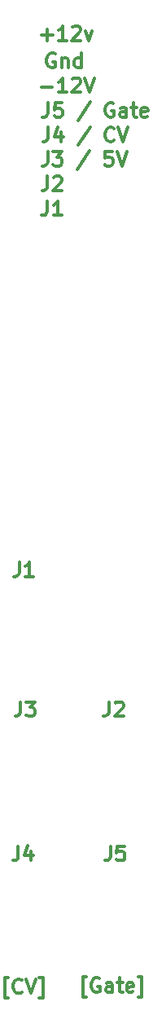
<source format=gbr>
G04 #@! TF.GenerationSoftware,KiCad,Pcbnew,(5.0.1)-4*
G04 #@! TF.CreationDate,2018-12-03T17:05:39+00:00*
G04 #@! TF.ProjectId,DevBoard_Panel,446576426F6172645F50616E656C2E6B,rev?*
G04 #@! TF.SameCoordinates,Original*
G04 #@! TF.FileFunction,Legend,Top*
G04 #@! TF.FilePolarity,Positive*
%FSLAX46Y46*%
G04 Gerber Fmt 4.6, Leading zero omitted, Abs format (unit mm)*
G04 Created by KiCad (PCBNEW (5.0.1)-4) date 03/12/2018 17:05:39*
%MOMM*%
%LPD*%
G01*
G04 APERTURE LIST*
%ADD10C,0.300000*%
G04 APERTURE END LIST*
D10*
X61985714Y-169378571D02*
X61628571Y-169378571D01*
X61628571Y-167235714D01*
X61985714Y-167235714D01*
X63342857Y-167450000D02*
X63200000Y-167378571D01*
X62985714Y-167378571D01*
X62771428Y-167450000D01*
X62628571Y-167592857D01*
X62557142Y-167735714D01*
X62485714Y-168021428D01*
X62485714Y-168235714D01*
X62557142Y-168521428D01*
X62628571Y-168664285D01*
X62771428Y-168807142D01*
X62985714Y-168878571D01*
X63128571Y-168878571D01*
X63342857Y-168807142D01*
X63414285Y-168735714D01*
X63414285Y-168235714D01*
X63128571Y-168235714D01*
X64700000Y-168878571D02*
X64700000Y-168092857D01*
X64628571Y-167950000D01*
X64485714Y-167878571D01*
X64200000Y-167878571D01*
X64057142Y-167950000D01*
X64700000Y-168807142D02*
X64557142Y-168878571D01*
X64200000Y-168878571D01*
X64057142Y-168807142D01*
X63985714Y-168664285D01*
X63985714Y-168521428D01*
X64057142Y-168378571D01*
X64200000Y-168307142D01*
X64557142Y-168307142D01*
X64700000Y-168235714D01*
X65200000Y-167878571D02*
X65771428Y-167878571D01*
X65414285Y-167378571D02*
X65414285Y-168664285D01*
X65485714Y-168807142D01*
X65628571Y-168878571D01*
X65771428Y-168878571D01*
X66842857Y-168807142D02*
X66700000Y-168878571D01*
X66414285Y-168878571D01*
X66271428Y-168807142D01*
X66200000Y-168664285D01*
X66200000Y-168092857D01*
X66271428Y-167950000D01*
X66414285Y-167878571D01*
X66700000Y-167878571D01*
X66842857Y-167950000D01*
X66914285Y-168092857D01*
X66914285Y-168235714D01*
X66200000Y-168378571D01*
X67414285Y-169378571D02*
X67771428Y-169378571D01*
X67771428Y-167235714D01*
X67414285Y-167235714D01*
X53892857Y-169478571D02*
X53535714Y-169478571D01*
X53535714Y-167335714D01*
X53892857Y-167335714D01*
X55321428Y-168835714D02*
X55250000Y-168907142D01*
X55035714Y-168978571D01*
X54892857Y-168978571D01*
X54678571Y-168907142D01*
X54535714Y-168764285D01*
X54464285Y-168621428D01*
X54392857Y-168335714D01*
X54392857Y-168121428D01*
X54464285Y-167835714D01*
X54535714Y-167692857D01*
X54678571Y-167550000D01*
X54892857Y-167478571D01*
X55035714Y-167478571D01*
X55250000Y-167550000D01*
X55321428Y-167621428D01*
X55750000Y-167478571D02*
X56250000Y-168978571D01*
X56750000Y-167478571D01*
X57107142Y-169478571D02*
X57464285Y-169478571D01*
X57464285Y-167335714D01*
X57107142Y-167335714D01*
X64500000Y-153678571D02*
X64500000Y-154750000D01*
X64428571Y-154964285D01*
X64285714Y-155107142D01*
X64071428Y-155178571D01*
X63928571Y-155178571D01*
X65928571Y-153678571D02*
X65214285Y-153678571D01*
X65142857Y-154392857D01*
X65214285Y-154321428D01*
X65357142Y-154250000D01*
X65714285Y-154250000D01*
X65857142Y-154321428D01*
X65928571Y-154392857D01*
X66000000Y-154535714D01*
X66000000Y-154892857D01*
X65928571Y-155035714D01*
X65857142Y-155107142D01*
X65714285Y-155178571D01*
X65357142Y-155178571D01*
X65214285Y-155107142D01*
X65142857Y-155035714D01*
X54900000Y-153678571D02*
X54900000Y-154750000D01*
X54828571Y-154964285D01*
X54685714Y-155107142D01*
X54471428Y-155178571D01*
X54328571Y-155178571D01*
X56257142Y-154178571D02*
X56257142Y-155178571D01*
X55900000Y-153607142D02*
X55542857Y-154678571D01*
X56471428Y-154678571D01*
X64350000Y-138678571D02*
X64350000Y-139750000D01*
X64278571Y-139964285D01*
X64135714Y-140107142D01*
X63921428Y-140178571D01*
X63778571Y-140178571D01*
X64992857Y-138821428D02*
X65064285Y-138750000D01*
X65207142Y-138678571D01*
X65564285Y-138678571D01*
X65707142Y-138750000D01*
X65778571Y-138821428D01*
X65850000Y-138964285D01*
X65850000Y-139107142D01*
X65778571Y-139321428D01*
X64921428Y-140178571D01*
X65850000Y-140178571D01*
X55150000Y-138678571D02*
X55150000Y-139750000D01*
X55078571Y-139964285D01*
X54935714Y-140107142D01*
X54721428Y-140178571D01*
X54578571Y-140178571D01*
X55721428Y-138678571D02*
X56650000Y-138678571D01*
X56150000Y-139250000D01*
X56364285Y-139250000D01*
X56507142Y-139321428D01*
X56578571Y-139392857D01*
X56650000Y-139535714D01*
X56650000Y-139892857D01*
X56578571Y-140035714D01*
X56507142Y-140107142D01*
X56364285Y-140178571D01*
X55935714Y-140178571D01*
X55792857Y-140107142D01*
X55721428Y-140035714D01*
X55000000Y-124178571D02*
X55000000Y-125250000D01*
X54928571Y-125464285D01*
X54785714Y-125607142D01*
X54571428Y-125678571D01*
X54428571Y-125678571D01*
X56500000Y-125678571D02*
X55642857Y-125678571D01*
X56071428Y-125678571D02*
X56071428Y-124178571D01*
X55928571Y-124392857D01*
X55785714Y-124535714D01*
X55642857Y-124607142D01*
X57920000Y-86628571D02*
X57920000Y-87700000D01*
X57848571Y-87914285D01*
X57705714Y-88057142D01*
X57491428Y-88128571D01*
X57348571Y-88128571D01*
X59420000Y-88128571D02*
X58562857Y-88128571D01*
X58991428Y-88128571D02*
X58991428Y-86628571D01*
X58848571Y-86842857D01*
X58705714Y-86985714D01*
X58562857Y-87057142D01*
X57950000Y-84028571D02*
X57950000Y-85100000D01*
X57878571Y-85314285D01*
X57735714Y-85457142D01*
X57521428Y-85528571D01*
X57378571Y-85528571D01*
X58592857Y-84171428D02*
X58664285Y-84100000D01*
X58807142Y-84028571D01*
X59164285Y-84028571D01*
X59307142Y-84100000D01*
X59378571Y-84171428D01*
X59450000Y-84314285D01*
X59450000Y-84457142D01*
X59378571Y-84671428D01*
X58521428Y-85528571D01*
X59450000Y-85528571D01*
X57964285Y-81478571D02*
X57964285Y-82550000D01*
X57892857Y-82764285D01*
X57750000Y-82907142D01*
X57535714Y-82978571D01*
X57392857Y-82978571D01*
X58535714Y-81478571D02*
X59464285Y-81478571D01*
X58964285Y-82050000D01*
X59178571Y-82050000D01*
X59321428Y-82121428D01*
X59392857Y-82192857D01*
X59464285Y-82335714D01*
X59464285Y-82692857D01*
X59392857Y-82835714D01*
X59321428Y-82907142D01*
X59178571Y-82978571D01*
X58750000Y-82978571D01*
X58607142Y-82907142D01*
X58535714Y-82835714D01*
X62321428Y-81407142D02*
X61035714Y-83335714D01*
X64678571Y-81478571D02*
X63964285Y-81478571D01*
X63892857Y-82192857D01*
X63964285Y-82121428D01*
X64107142Y-82050000D01*
X64464285Y-82050000D01*
X64607142Y-82121428D01*
X64678571Y-82192857D01*
X64750000Y-82335714D01*
X64750000Y-82692857D01*
X64678571Y-82835714D01*
X64607142Y-82907142D01*
X64464285Y-82978571D01*
X64107142Y-82978571D01*
X63964285Y-82907142D01*
X63892857Y-82835714D01*
X65178571Y-81478571D02*
X65678571Y-82978571D01*
X66178571Y-81478571D01*
X58028571Y-78978571D02*
X58028571Y-80050000D01*
X57957142Y-80264285D01*
X57814285Y-80407142D01*
X57600000Y-80478571D01*
X57457142Y-80478571D01*
X59385714Y-79478571D02*
X59385714Y-80478571D01*
X59028571Y-78907142D02*
X58671428Y-79978571D01*
X59600000Y-79978571D01*
X62385714Y-78907142D02*
X61100000Y-80835714D01*
X64885714Y-80335714D02*
X64814285Y-80407142D01*
X64600000Y-80478571D01*
X64457142Y-80478571D01*
X64242857Y-80407142D01*
X64100000Y-80264285D01*
X64028571Y-80121428D01*
X63957142Y-79835714D01*
X63957142Y-79621428D01*
X64028571Y-79335714D01*
X64100000Y-79192857D01*
X64242857Y-79050000D01*
X64457142Y-78978571D01*
X64600000Y-78978571D01*
X64814285Y-79050000D01*
X64885714Y-79121428D01*
X65314285Y-78978571D02*
X65814285Y-80478571D01*
X66314285Y-78978571D01*
X58021428Y-76428571D02*
X58021428Y-77500000D01*
X57950000Y-77714285D01*
X57807142Y-77857142D01*
X57592857Y-77928571D01*
X57450000Y-77928571D01*
X59450000Y-76428571D02*
X58735714Y-76428571D01*
X58664285Y-77142857D01*
X58735714Y-77071428D01*
X58878571Y-77000000D01*
X59235714Y-77000000D01*
X59378571Y-77071428D01*
X59450000Y-77142857D01*
X59521428Y-77285714D01*
X59521428Y-77642857D01*
X59450000Y-77785714D01*
X59378571Y-77857142D01*
X59235714Y-77928571D01*
X58878571Y-77928571D01*
X58735714Y-77857142D01*
X58664285Y-77785714D01*
X62378571Y-76357142D02*
X61092857Y-78285714D01*
X64807142Y-76500000D02*
X64664285Y-76428571D01*
X64450000Y-76428571D01*
X64235714Y-76500000D01*
X64092857Y-76642857D01*
X64021428Y-76785714D01*
X63950000Y-77071428D01*
X63950000Y-77285714D01*
X64021428Y-77571428D01*
X64092857Y-77714285D01*
X64235714Y-77857142D01*
X64450000Y-77928571D01*
X64592857Y-77928571D01*
X64807142Y-77857142D01*
X64878571Y-77785714D01*
X64878571Y-77285714D01*
X64592857Y-77285714D01*
X66164285Y-77928571D02*
X66164285Y-77142857D01*
X66092857Y-77000000D01*
X65950000Y-76928571D01*
X65664285Y-76928571D01*
X65521428Y-77000000D01*
X66164285Y-77857142D02*
X66021428Y-77928571D01*
X65664285Y-77928571D01*
X65521428Y-77857142D01*
X65450000Y-77714285D01*
X65450000Y-77571428D01*
X65521428Y-77428571D01*
X65664285Y-77357142D01*
X66021428Y-77357142D01*
X66164285Y-77285714D01*
X66664285Y-76928571D02*
X67235714Y-76928571D01*
X66878571Y-76428571D02*
X66878571Y-77714285D01*
X66950000Y-77857142D01*
X67092857Y-77928571D01*
X67235714Y-77928571D01*
X68307142Y-77857142D02*
X68164285Y-77928571D01*
X67878571Y-77928571D01*
X67735714Y-77857142D01*
X67664285Y-77714285D01*
X67664285Y-77142857D01*
X67735714Y-77000000D01*
X67878571Y-76928571D01*
X68164285Y-76928571D01*
X68307142Y-77000000D01*
X68378571Y-77142857D01*
X68378571Y-77285714D01*
X67664285Y-77428571D01*
X57301142Y-74757142D02*
X58444000Y-74757142D01*
X59944000Y-75328571D02*
X59086857Y-75328571D01*
X59515428Y-75328571D02*
X59515428Y-73828571D01*
X59372571Y-74042857D01*
X59229714Y-74185714D01*
X59086857Y-74257142D01*
X60515428Y-73971428D02*
X60586857Y-73900000D01*
X60729714Y-73828571D01*
X61086857Y-73828571D01*
X61229714Y-73900000D01*
X61301142Y-73971428D01*
X61372571Y-74114285D01*
X61372571Y-74257142D01*
X61301142Y-74471428D01*
X60444000Y-75328571D01*
X61372571Y-75328571D01*
X61801142Y-73828571D02*
X62301142Y-75328571D01*
X62801142Y-73828571D01*
X58725714Y-71350000D02*
X58582857Y-71278571D01*
X58368571Y-71278571D01*
X58154285Y-71350000D01*
X58011428Y-71492857D01*
X57940000Y-71635714D01*
X57868571Y-71921428D01*
X57868571Y-72135714D01*
X57940000Y-72421428D01*
X58011428Y-72564285D01*
X58154285Y-72707142D01*
X58368571Y-72778571D01*
X58511428Y-72778571D01*
X58725714Y-72707142D01*
X58797142Y-72635714D01*
X58797142Y-72135714D01*
X58511428Y-72135714D01*
X59440000Y-71778571D02*
X59440000Y-72778571D01*
X59440000Y-71921428D02*
X59511428Y-71850000D01*
X59654285Y-71778571D01*
X59868571Y-71778571D01*
X60011428Y-71850000D01*
X60082857Y-71992857D01*
X60082857Y-72778571D01*
X61440000Y-72778571D02*
X61440000Y-71278571D01*
X61440000Y-72707142D02*
X61297142Y-72778571D01*
X61011428Y-72778571D01*
X60868571Y-72707142D01*
X60797142Y-72635714D01*
X60725714Y-72492857D01*
X60725714Y-72064285D01*
X60797142Y-71921428D01*
X60868571Y-71850000D01*
X61011428Y-71778571D01*
X61297142Y-71778571D01*
X61440000Y-71850000D01*
X57328571Y-69357142D02*
X58471428Y-69357142D01*
X57900000Y-69928571D02*
X57900000Y-68785714D01*
X59971428Y-69928571D02*
X59114285Y-69928571D01*
X59542857Y-69928571D02*
X59542857Y-68428571D01*
X59400000Y-68642857D01*
X59257142Y-68785714D01*
X59114285Y-68857142D01*
X60542857Y-68571428D02*
X60614285Y-68500000D01*
X60757142Y-68428571D01*
X61114285Y-68428571D01*
X61257142Y-68500000D01*
X61328571Y-68571428D01*
X61400000Y-68714285D01*
X61400000Y-68857142D01*
X61328571Y-69071428D01*
X60471428Y-69928571D01*
X61400000Y-69928571D01*
X61900000Y-68928571D02*
X62257142Y-69928571D01*
X62614285Y-68928571D01*
M02*

</source>
